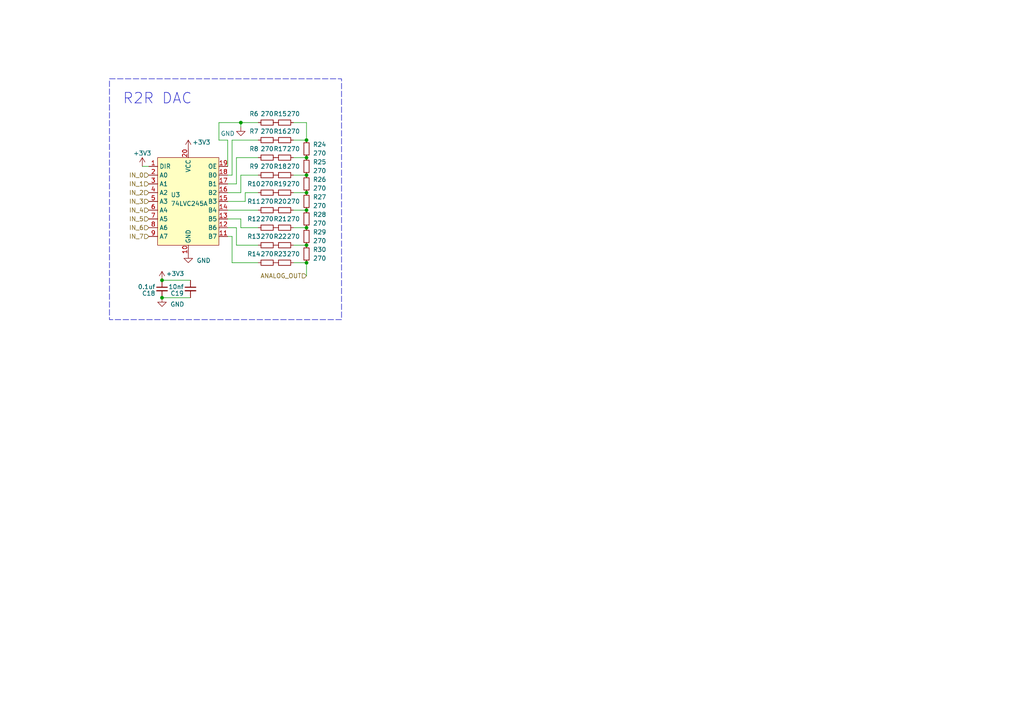
<source format=kicad_sch>
(kicad_sch (version 20231120) (generator "eeschema") (generator_version "8.0")
  (paper "A4")
  (lib_symbols
    (symbol "Device:C_Small" (pin_numbers hide) (pin_names (offset 0.254) hide)
      (property "Reference" "C" (at 0.254 1.778 0))
      (property "Value" "C_Small" (at 0.254 -2.032 0))
      (symbol "C_Small_0_1"
        (polyline (pts (xy -1.524 -0.508) (xy 1.524 -0.508)) (stroke (width 0.3302)))
        (polyline (pts (xy -1.524 0.508) (xy 1.524 0.508)) (stroke (width 0.3048)))
      )
      (symbol "C_Small_1_1"
        (pin passive line (at 0 2.54 270) (length 2.032) (name "~") (number "1"))
        (pin passive line (at 0 -2.54 90) (length 2.032) (name "~") (number "2"))
      )
    )
    (symbol "Device:R_Small" (pin_numbers hide) (pin_names (offset 0.254) hide)
      (property "Reference" "R" (at 0.762 0.508 0))
      (property "Value" "R_Small" (at 0.762 -1.016 0))
      (symbol "R_Small_0_1"
        (rectangle (start -0.762 1.778) (end 0.762 -1.778) (stroke (width 0.2032)))
      )
      (symbol "R_Small_1_1"
        (pin passive line (at 0 2.54 270) (length 0.762) (name "~") (number "1"))
        (pin passive line (at 0 -2.54 90) (length 0.762) (name "~") (number "2"))
      )
    )
    (symbol "New_Library:74LVC245A"
      (property "Reference" "U" (at 0 1.27 0))
      (property "Value" "74LVC245A" (at 0 -2.54 0))
      (symbol "74LVC245A_1_0"
        (pin input line (at 11.43 5.08 180) (length 2.54) (name "B1") (number "17"))
        (pin input line (at -11.43 5.08 0) (length 2.54) (name "A1") (number "3"))
      )
      (symbol "74LVC245A_1_1"
        (rectangle (start -8.89 12.7) (end 8.89 -12.7) (fill (type background)))
        (pin input line (at -11.43 10.16 0) (length 2.54) (name "DIR") (number "1"))
        (pin input line (at 0 -15.24 90) (length 2.54) (name "GND") (number "10"))
        (pin input line (at 11.43 -10.16 180) (length 2.54) (name "B7") (number "11"))
        (pin input line (at 11.43 -7.62 180) (length 2.54) (name "B6") (number "12"))
        (pin input line (at 11.43 -5.08 180) (length 2.54) (name "B5") (number "13"))
        (pin input line (at 11.43 -2.54 180) (length 2.54) (name "B4") (number "14"))
        (pin input line (at 11.43 0 180) (length 2.54) (name "B3") (number "15"))
        (pin input line (at 11.43 2.54 180) (length 2.54) (name "B2") (number "16"))
        (pin input line (at 11.43 7.62 180) (length 2.54) (name "B0") (number "18"))
        (pin input line (at 11.43 10.16 180) (length 2.54) (name "OE") (number "19"))
        (pin input line (at -11.43 7.62 0) (length 2.54) (name "A0") (number "2"))
        (pin input line (at 0 15.24 270) (length 2.54) (name "VCC") (number "20"))
        (pin input line (at -11.43 2.54 0) (length 2.54) (name "A2") (number "4"))
        (pin input line (at -11.43 0 0) (length 2.54) (name "A3") (number "5"))
        (pin input line (at -11.43 -2.54 0) (length 2.54) (name "A4") (number "6"))
        (pin input line (at -11.43 -5.08 0) (length 2.54) (name "A5") (number "7"))
        (pin input line (at -11.43 -7.62 0) (length 2.54) (name "A6") (number "8"))
        (pin input line (at -11.43 -10.16 0) (length 2.54) (name "A7") (number "9"))
      )
    )
    (symbol "power:+3V3" (power) (pin_names (offset 0))
      (property "Value" "+3V3" (at 0 3.556 0))
      (symbol "+3V3_0_1"
        (polyline (pts (xy -0.762 1.27) (xy 0 2.54)))
        (polyline (pts (xy 0 0) (xy 0 2.54)))
        (polyline (pts (xy 0 2.54) (xy 0.762 1.27)))
      )
      (symbol "+3V3_1_1"
        (pin power_in line (at 0 0 90) (length 0) hide (name "+3V3") (number "1"))
      )
    )
    (symbol "power:GND" (power) (pin_names (offset 0))
      (property "Value" "GND" (at 0 -3.81 0))
      (symbol "GND_0_1"
        (polyline (pts (xy 0 0) (xy 0 -1.27) (xy 1.27 -1.27) (xy 0 -2.54) (xy -1.27 -1.27) (xy 0 -1.27)))
      )
      (symbol "GND_1_1"
        (pin power_in line (at 0 0 270) (length 0) hide (name "GND") (number "1"))
      )
    )
  )
  (junction (at 88.9 45.72))
  (junction (at 88.9 50.8))
  (junction (at 69.85 35.56))
  (junction (at 88.9 71.12))
  (junction (at 46.99 81.28))
  (junction (at 88.9 40.64))
  (junction (at 88.9 76.2))
  (junction (at 88.9 60.96))
  (junction (at 46.99 86.36))
  (junction (at 88.9 55.88))
  (junction (at 88.9 66.04))
  (wire (pts (xy 66.04 53.34) (xy 68.58 53.34)))
  (wire (pts (xy 67.31 68.58) (xy 67.31 76.2)))
  (wire (pts (xy 85.09 76.2) (xy 88.9 76.2)))
  (wire (pts (xy 66.04 55.88) (xy 69.85 55.88)))
  (wire (pts (xy 68.58 53.34) (xy 68.58 45.72)))
  (wire (pts (xy 88.9 35.56) (xy 85.09 35.56)))
  (wire (pts (xy 88.9 40.64) (xy 88.9 35.56)))
  (wire (pts (xy 69.85 66.04) (xy 74.93 66.04)))
  (wire (pts (xy 85.09 45.72) (xy 88.9 45.72)))
  (wire (pts (xy 63.5 40.64) (xy 63.5 35.56)))
  (wire (pts (xy 66.04 58.42) (xy 71.12 58.42)))
  (wire (pts (xy 68.58 66.04) (xy 68.58 71.12)))
  (wire (pts (xy 68.58 71.12) (xy 74.93 71.12)))
  (wire (pts (xy 85.09 40.64) (xy 88.9 40.64)))
  (wire (pts (xy 88.9 76.2) (xy 88.9 80.01)))
  (wire (pts (xy 66.04 48.26) (xy 66.04 40.64)))
  (wire (pts (xy 85.09 71.12) (xy 88.9 71.12)))
  (wire (pts (xy 71.12 58.42) (xy 71.12 55.88)))
  (wire (pts (xy 67.31 76.2) (xy 74.93 76.2)))
  (wire (pts (xy 46.99 81.28) (xy 55.245 81.28)))
  (wire (pts (xy 69.85 50.8) (xy 74.93 50.8)))
  (wire (pts (xy 66.04 63.5) (xy 69.85 63.5)))
  (wire (pts (xy 85.09 66.04) (xy 88.9 66.04)))
  (wire (pts (xy 68.58 45.72) (xy 74.93 45.72)))
  (wire (pts (xy 69.85 35.56) (xy 74.93 35.56)))
  (wire (pts (xy 63.5 35.56) (xy 69.85 35.56)))
  (wire (pts (xy 85.09 60.96) (xy 88.9 60.96)))
  (wire (pts (xy 66.04 50.8) (xy 67.31 50.8)))
  (wire (pts (xy 69.85 36.83) (xy 69.85 35.56)))
  (wire (pts (xy 67.31 50.8) (xy 67.31 40.64)))
  (wire (pts (xy 66.04 68.58) (xy 67.31 68.58)))
  (wire (pts (xy 46.99 86.36) (xy 55.245 86.36)))
  (wire (pts (xy 67.31 40.64) (xy 74.93 40.64)))
  (wire (pts (xy 85.09 55.88) (xy 88.9 55.88)))
  (wire (pts (xy 66.04 60.96) (xy 74.93 60.96)))
  (wire (pts (xy 66.04 40.64) (xy 63.5 40.64)))
  (wire (pts (xy 41.275 48.26) (xy 43.18 48.26)))
  (wire (pts (xy 85.09 50.8) (xy 88.9 50.8)))
  (wire (pts (xy 69.85 55.88) (xy 69.85 50.8)))
  (wire (pts (xy 66.04 66.04) (xy 68.58 66.04)))
  (wire (pts (xy 71.12 55.88) (xy 74.93 55.88)))
  (wire (pts (xy 69.85 63.5) (xy 69.85 66.04)))
  (rectangle (start 31.75 22.86) (end 99.06 92.71) (stroke (width 0) (type dash)))
  (text "R2R DAC" (at 35.56 30.48 0) (effects (font (size 3.048 3.048)) (justify left bottom)))
  (hierarchical_label "ANALOG_OUT" (shape input) (at 88.9 80.01 180))
  (hierarchical_label "IN_0" (shape input) (at 43.18 50.8 180))
  (hierarchical_label "IN_4" (shape input) (at 43.18 60.96 180))
  (hierarchical_label "IN_5" (shape input) (at 43.18 63.5 180))
  (hierarchical_label "IN_2" (shape input) (at 43.18 55.88 180))
  (hierarchical_label "IN_7" (shape input) (at 43.18 68.58 180))
  (hierarchical_label "IN_1" (shape input) (at 43.18 53.34 180))
  (hierarchical_label "IN_3" (shape input) (at 43.18 58.42 180))
  (hierarchical_label "IN_6" (shape input) (at 43.18 66.04 180))
  (symbol (lib_id "Device:R_Small") (at 88.9 48.26 180) (unit 1)
    (property "Reference" "R100" (at 92.71 46.99 0))
    (property "Value" "270" (at 92.71 49.53 0))
    (property "Footprint" "Resistor_SMD:R_0603_1608Metric" (effects (hide yes)))
    (instances (project "iCE40HX-expansion" (path "" (reference "R25") (unit 1)) (path "" (reference "R100") (unit 1)) (path "" (reference "R50") (unit 1))))
  )
  (symbol (lib_id "Device:R_Small") (at 88.9 63.5 180) (unit 1)
    (property "Reference" "R103" (at 92.71 62.23 0))
    (property "Value" "270" (at 92.71 64.77 0))
    (property "Footprint" "Resistor_SMD:R_0603_1608Metric" (effects (hide yes)))
    (instances (project "iCE40HX-expansion" (path "" (reference "R28") (unit 1)) (path "" (reference "R103") (unit 1)) (path "" (reference "R53") (unit 1))))
  )
  (symbol (lib_id "Device:R_Small") (at 82.55 55.88 90) (unit 1)
    (property "Reference" "R94" (at 81.28 53.34 90))
    (property "Value" "270" (at 85.09 53.34 90))
    (property "Footprint" "Resistor_SMD:R_0603_1608Metric" (effects (hide yes)))
    (instances (project "iCE40HX-expansion" (path "" (reference "R19") (unit 1)) (path "" (reference "R94") (unit 1)) (path "" (reference "R44") (unit 1))))
  )
  (symbol (lib_id "Device:R_Small") (at 88.9 58.42 180) (unit 1)
    (property "Reference" "R102" (at 92.71 57.15 0))
    (property "Value" "270" (at 92.71 59.69 0))
    (property "Footprint" "Resistor_SMD:R_0603_1608Metric" (effects (hide yes)))
    (instances (project "iCE40HX-expansion" (path "" (reference "R27") (unit 1)) (path "" (reference "R102") (unit 1)) (path "" (reference "R52") (unit 1))))
  )
  (symbol (lib_id "Device:R_Small") (at 77.47 76.2 90) (unit 1)
    (property "Reference" "R89" (at 73.66 73.66 90))
    (property "Value" "270" (at 77.47 73.66 90))
    (property "Footprint" "Resistor_SMD:R_0603_1608Metric" (effects (hide yes)))
    (instances (project "iCE40HX-expansion" (path "" (reference "R14") (unit 1)) (path "" (reference "R89") (unit 1)) (path "" (reference "R39") (unit 1))))
  )
  (symbol (lib_id "Device:R_Small") (at 77.47 35.56 90) (unit 1)
    (property "Reference" "R81" (at 73.66 33.02 90))
    (property "Value" "270" (at 77.47 33.02 90))
    (property "Footprint" "Resistor_SMD:R_0603_1608Metric" (effects (hide yes)))
    (instances (project "iCE40HX-expansion" (path "" (reference "R6") (unit 1)) (path "" (reference "R81") (unit 1)) (path "" (reference "R31") (unit 1))))
  )
  (symbol (lib_id "Device:R_Small") (at 82.55 66.04 90) (unit 1)
    (property "Reference" "R96" (at 81.28 63.5 90))
    (property "Value" "270" (at 85.09 63.5 90))
    (property "Footprint" "Resistor_SMD:R_0603_1608Metric" (effects (hide yes)))
    (instances (project "iCE40HX-expansion" (path "" (reference "R21") (unit 1)) (path "" (reference "R96") (unit 1)) (path "" (reference "R46") (unit 1))))
  )
  (symbol (lib_id "Device:R_Small") (at 82.55 60.96 90) (unit 1)
    (property "Reference" "R95" (at 81.28 58.42 90))
    (property "Value" "270" (at 85.09 58.42 90))
    (property "Footprint" "Resistor_SMD:R_0603_1608Metric" (effects (hide yes)))
    (instances (project "iCE40HX-expansion" (path "" (reference "R20") (unit 1)) (path "" (reference "R95") (unit 1)) (path "" (reference "R45") (unit 1))))
  )
  (symbol (lib_id "power:+3V3") (at 41.275 48.26 0) (unit 1)
    (property "Reference" "#PWR029" (effects (hide yes)))
    (property "Value" "+3V3" (at 41.275 44.45 0))
    (instances (project "iCE40HX-expansion" (path "" (reference "#PWR07") (unit 1)) (path "" (reference "#PWR029") (unit 1)) (path "" (reference "#PWR038") (unit 1))))
  )
  (symbol (lib_id "Device:R_Small") (at 88.9 73.66 180) (unit 1)
    (property "Reference" "R105" (at 92.71 72.39 0))
    (property "Value" "270" (at 92.71 74.93 0))
    (property "Footprint" "Resistor_SMD:R_0603_1608Metric" (effects (hide yes)))
    (instances (project "iCE40HX-expansion" (path "" (reference "R30") (unit 1)) (path "" (reference "R105") (unit 1)) (path "" (reference "R55") (unit 1))))
  )
  (symbol (lib_id "Device:R_Small") (at 77.47 50.8 90) (unit 1)
    (property "Reference" "R84" (at 73.66 48.26 90))
    (property "Value" "270" (at 77.47 48.26 90))
    (property "Footprint" "Resistor_SMD:R_0603_1608Metric" (effects (hide yes)))
    (instances (project "iCE40HX-expansion" (path "" (reference "R9") (unit 1)) (path "" (reference "R84") (unit 1)) (path "" (reference "R34") (unit 1))))
  )
  (symbol (lib_id "Device:R_Small") (at 77.47 45.72 90) (unit 1)
    (property "Reference" "R83" (at 73.66 43.18 90))
    (property "Value" "270" (at 77.47 43.18 90))
    (property "Footprint" "Resistor_SMD:R_0603_1608Metric" (effects (hide yes)))
    (instances (project "iCE40HX-expansion" (path "" (reference "R8") (unit 1)) (path "" (reference "R83") (unit 1)) (path "" (reference "R33") (unit 1))))
  )
  (symbol (lib_id "New_Library:74LVC245A") (at 54.61 58.42 0) (unit 1)
    (property "Reference" "U6" (at 49.53 56.515 0) (effects (justify left)))
    (property "Value" "74LVC245A" (at 49.53 59.055 0) (effects (justify left)))
    (property "Footprint" "Package_SO:TSSOP-20_4.4x6.5mm_P0.65mm" (effects (hide yes)))
    (instances (project "iCE40HX-expansion" (path "" (reference "U3") (unit 1)) (path "" (reference "U6") (unit 1)) (path "" (reference "U4") (unit 1))))
  )
  (symbol (lib_id "Device:R_Small") (at 77.47 40.64 90) (unit 1)
    (property "Reference" "R82" (at 73.66 38.1 90))
    (property "Value" "270" (at 77.47 38.1 90))
    (property "Footprint" "Resistor_SMD:R_0603_1608Metric" (effects (hide yes)))
    (instances (project "iCE40HX-expansion" (path "" (reference "R7") (unit 1)) (path "" (reference "R82") (unit 1)) (path "" (reference "R32") (unit 1))))
  )
  (symbol (lib_id "Device:C_Small") (at 55.245 83.82 0) (unit 1)
    (property "Reference" "C17" (at 53.34 85.09 0) (effects (justify right)))
    (property "Value" "10nf" (at 53.34 83.185 0) (effects (justify right)))
    (property "Footprint" "Capacitor_SMD:C_0603_1608Metric" (effects (hide yes)))
    (instances (project "iCE40HX-expansion" (path "" (reference "C19") (unit 1)) (path "" (reference "C17") (unit 1)) (path "" (reference "C21") (unit 1))))
  )
  (symbol (lib_id "Device:R_Small") (at 77.47 55.88 90) (unit 1)
    (property "Reference" "R85" (at 73.66 53.34 90))
    (property "Value" "270" (at 77.47 53.34 90))
    (property "Footprint" "Resistor_SMD:R_0603_1608Metric" (effects (hide yes)))
    (instances (project "iCE40HX-expansion" (path "" (reference "R10") (unit 1)) (path "" (reference "R85") (unit 1)) (path "" (reference "R35") (unit 1))))
  )
  (symbol (lib_id "power:GND") (at 69.85 36.83 0) (mirror y) (unit 1)
    (property "Reference" "#PWR053" (effects (hide yes)))
    (property "Value" "GND" (at 66.04 38.735 0))
    (instances (project "iCE40HX-expansion" (path "" (reference "#PWR035") (unit 1)) (path "" (reference "#PWR053") (unit 1)) (path "" (reference "#PWR045") (unit 1))))
  )
  (symbol (lib_id "Device:R_Small") (at 82.55 40.64 90) (unit 1)
    (property "Reference" "R91" (at 81.28 38.1 90))
    (property "Value" "270" (at 85.09 38.1 90))
    (property "Footprint" "Resistor_SMD:R_0603_1608Metric" (effects (hide yes)))
    (instances (project "iCE40HX-expansion" (path "" (reference "R16") (unit 1)) (path "" (reference "R91") (unit 1)) (path "" (reference "R41") (unit 1))))
  )
  (symbol (lib_id "Device:C_Small") (at 46.99 83.82 0) (unit 1)
    (property "Reference" "C16" (at 45.085 85.09 0) (effects (justify right)))
    (property "Value" "0.1uf" (at 45.085 83.185 0) (effects (justify right)))
    (property "Footprint" "Capacitor_SMD:C_0603_1608Metric" (effects (hide yes)))
    (instances (project "iCE40HX-expansion" (path "" (reference "C18") (unit 1)) (path "" (reference "C16") (unit 1)) (path "" (reference "C20") (unit 1))))
  )
  (symbol (lib_id "power:+3V3") (at 54.61 43.18 0) (unit 1)
    (property "Reference" "#PWR051" (effects (hide yes)))
    (property "Value" "+3V3" (at 58.42 41.275 0))
    (instances (project "iCE40HX-expansion" (path "" (reference "#PWR033") (unit 1)) (path "" (reference "#PWR051") (unit 1)) (path "" (reference "#PWR041") (unit 1))))
  )
  (symbol (lib_id "Device:R_Small") (at 88.9 53.34 180) (unit 1)
    (property "Reference" "R101" (at 92.71 52.07 0))
    (property "Value" "270" (at 92.71 54.61 0))
    (property "Footprint" "Resistor_SMD:R_0603_1608Metric" (effects (hide yes)))
    (instances (project "iCE40HX-expansion" (path "" (reference "R26") (unit 1)) (path "" (reference "R101") (unit 1)) (path "" (reference "R51") (unit 1))))
  )
  (symbol (lib_id "Device:R_Small") (at 82.55 35.56 90) (unit 1)
    (property "Reference" "R90" (at 81.28 33.02 90))
    (property "Value" "270" (at 85.09 33.02 90))
    (property "Footprint" "Resistor_SMD:R_0603_1608Metric" (effects (hide yes)))
    (instances (project "iCE40HX-expansion" (path "" (reference "R15") (unit 1)) (path "" (reference "R90") (unit 1)) (path "" (reference "R40") (unit 1))))
  )
  (symbol (lib_id "Device:R_Small") (at 88.9 43.18 180) (unit 1)
    (property "Reference" "R99" (at 92.71 41.91 0))
    (property "Value" "270" (at 92.71 44.45 0))
    (property "Footprint" "Resistor_SMD:R_0603_1608Metric" (effects (hide yes)))
    (instances (project "iCE40HX-expansion" (path "" (reference "R24") (unit 1)) (path "" (reference "R99") (unit 1)) (path "" (reference "R49") (unit 1))))
  )
  (symbol (lib_id "power:GND") (at 46.99 86.36 0) (unit 1)
    (property "Reference" "#PWR037" (effects (hide yes)))
    (property "Value" "GND" (at 51.435 88.265 0))
    (instances (project "iCE40HX-expansion" (path "" (reference "#PWR032") (unit 1)) (path "" (reference "#PWR037") (unit 1)) (path "" (reference "#PWR040") (unit 1))))
  )
  (symbol (lib_id "power:+3V3") (at 46.99 81.28 0) (unit 1)
    (property "Reference" "#PWR036" (effects (hide yes)))
    (property "Value" "+3V3" (at 50.8 79.375 0))
    (instances (project "iCE40HX-expansion" (path "" (reference "#PWR031") (unit 1)) (path "" (reference "#PWR036") (unit 1)) (path "" (reference "#PWR039") (unit 1))))
  )
  (symbol (lib_id "Device:R_Small") (at 77.47 71.12 90) (unit 1)
    (property "Reference" "R88" (at 73.66 68.58 90))
    (property "Value" "270" (at 77.47 68.58 90))
    (property "Footprint" "Resistor_SMD:R_0603_1608Metric" (effects (hide yes)))
    (instances (project "iCE40HX-expansion" (path "" (reference "R13") (unit 1)) (path "" (reference "R88") (unit 1)) (path "" (reference "R38") (unit 1))))
  )
  (symbol (lib_id "Device:R_Small") (at 82.55 76.2 90) (unit 1)
    (property "Reference" "R98" (at 81.28 73.66 90))
    (property "Value" "270" (at 85.09 73.66 90))
    (property "Footprint" "Resistor_SMD:R_0603_1608Metric" (effects (hide yes)))
    (instances (project "iCE40HX-expansion" (path "" (reference "R23") (unit 1)) (path "" (reference "R98") (unit 1)) (path "" (reference "R48") (unit 1))))
  )
  (symbol (lib_id "Device:R_Small") (at 88.9 68.58 180) (unit 1)
    (property "Reference" "R104" (at 92.71 67.31 0))
    (property "Value" "270" (at 92.71 69.85 0))
    (property "Footprint" "Resistor_SMD:R_0603_1608Metric" (effects (hide yes)))
    (instances (project "iCE40HX-expansion" (path "" (reference "R29") (unit 1)) (path "" (reference "R104") (unit 1)) (path "" (reference "R54") (unit 1))))
  )
  (symbol (lib_id "power:GND") (at 54.61 73.66 0) (unit 1)
    (property "Reference" "#PWR052" (effects (hide yes)))
    (property "Value" "GND" (at 59.055 75.565 0))
    (instances (project "iCE40HX-expansion" (path "" (reference "#PWR034") (unit 1)) (path "" (reference "#PWR052") (unit 1)) (path "" (reference "#PWR044") (unit 1))))
  )
  (symbol (lib_id "Device:R_Small") (at 82.55 50.8 90) (unit 1)
    (property "Reference" "R93" (at 81.28 48.26 90))
    (property "Value" "270" (at 85.09 48.26 90))
    (property "Footprint" "Resistor_SMD:R_0603_1608Metric" (effects (hide yes)))
    (instances (project "iCE40HX-expansion" (path "" (reference "R18") (unit 1)) (path "" (reference "R93") (unit 1)) (path "" (reference "R43") (unit 1))))
  )
  (symbol (lib_id "Device:R_Small") (at 82.55 71.12 90) (unit 1)
    (property "Reference" "R97" (at 81.28 68.58 90))
    (property "Value" "270" (at 85.09 68.58 90))
    (property "Footprint" "Resistor_SMD:R_0603_1608Metric" (effects (hide yes)))
    (instances (project "iCE40HX-expansion" (path "" (reference "R22") (unit 1)) (path "" (reference "R97") (unit 1)) (path "" (reference "R47") (unit 1))))
  )
  (symbol (lib_id "Device:R_Small") (at 77.47 66.04 90) (unit 1)
    (property "Reference" "R87" (at 73.66 63.5 90))
    (property "Value" "270" (at 77.47 63.5 90))
    (property "Footprint" "Resistor_SMD:R_0603_1608Metric" (effects (hide yes)))
    (instances (project "iCE40HX-expansion" (path "" (reference "R12") (unit 1)) (path "" (reference "R87") (unit 1)) (path "" (reference "R37") (unit 1))))
  )
  (symbol (lib_id "Device:R_Small") (at 77.47 60.96 90) (unit 1)
    (property "Reference" "R86" (at 73.66 58.42 90))
    (property "Value" "270" (at 77.47 58.42 90))
    (property "Footprint" "Resistor_SMD:R_0603_1608Metric" (effects (hide yes)))
    (instances (project "iCE40HX-expansion" (path "" (reference "R11") (unit 1)) (path "" (reference "R86") (unit 1)) (path "" (reference "R36") (unit 1))))
  )
  (symbol (lib_id "Device:R_Small") (at 82.55 45.72 90) (unit 1)
    (property "Reference" "R92" (at 81.28 43.18 90))
    (property "Value" "270" (at 85.09 43.18 90))
    (property "Footprint" "Resistor_SMD:R_0603_1608Metric" (effects (hide yes)))
    (instances (project "iCE40HX-expansion" (path "" (reference "R17") (unit 1)) (path "" (reference "R92") (unit 1)) (path "" (reference "R42") (unit 1))))
  )
)
</source>
